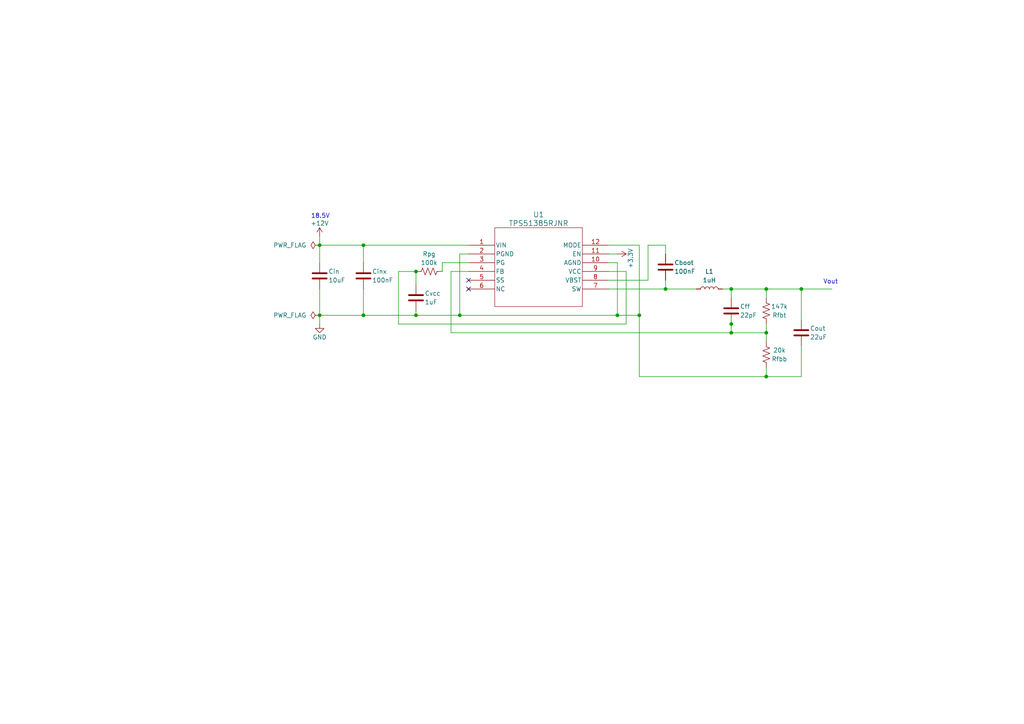
<source format=kicad_sch>
(kicad_sch (version 20230121) (generator eeschema)
  (paper "A4")
  (lib_symbols
    (symbol "Device:C" (pin_numbers hide) (pin_names (offset 0.254))
      (property "Reference" "C" (at 0.635 2.54 0))
      (property "Value" "C" (at 0.635 -2.54 0))
      (symbol "C_0_1"
        (polyline (pts (xy -2.032 -0.762) (xy 2.032 -0.762)) (stroke (width 0.508)))
        (polyline (pts (xy -2.032 0.762) (xy 2.032 0.762)) (stroke (width 0.508)))
      )
      (symbol "C_1_1"
        (pin passive line (at 0 3.81 270) (length 2.794) (name "~") (number "1"))
        (pin passive line (at 0 -3.81 90) (length 2.794) (name "~") (number "2"))
      )
    )
    (symbol "Device:L" (pin_numbers hide) (pin_names (offset 1.016) hide)
      (property "Reference" "L" (at -1.27 0 90))
      (property "Value" "L" (at 1.905 0 90))
      (symbol "L_0_1"
        (arc (start 0 -2.54) (mid 0.6323 -1.905) (end 0 -1.27))
        (arc (start 0 -1.27) (mid 0.6323 -0.635) (end 0 0))
        (arc (start 0 0) (mid 0.6323 0.635) (end 0 1.27))
        (arc (start 0 1.27) (mid 0.6323 1.905) (end 0 2.54))
      )
      (symbol "L_1_1"
        (pin passive line (at 0 3.81 270) (length 1.27) (name "1") (number "1"))
        (pin passive line (at 0 -3.81 90) (length 1.27) (name "2") (number "2"))
      )
    )
    (symbol "Device:R_US" (pin_numbers hide) (pin_names (offset 0))
      (property "Reference" "R" (at 2.54 0 90))
      (property "Value" "R_US" (at -2.54 0 90))
      (symbol "R_US_0_1"
        (polyline (pts (xy 0 -2.286) (xy 0 -2.54)))
        (polyline (pts (xy 0 2.286) (xy 0 2.54)))
        (polyline (pts (xy 0 -0.762) (xy 1.016 -1.143) (xy 0 -1.524) (xy -1.016 -1.905) (xy 0 -2.286)))
        (polyline (pts (xy 0 0.762) (xy 1.016 0.381) (xy 0 0) (xy -1.016 -0.381) (xy 0 -0.762)))
        (polyline (pts (xy 0 2.286) (xy 1.016 1.905) (xy 0 1.524) (xy -1.016 1.143) (xy 0 0.762)))
      )
      (symbol "R_US_1_1"
        (pin passive line (at 0 3.81 270) (length 1.27) (name "~") (number "1"))
        (pin passive line (at 0 -3.81 90) (length 1.27) (name "~") (number "2"))
      )
    )
    (symbol "TPS51385:TPS51385RJNR" (pin_names (offset 0.254))
      (property "Reference" "U" (at 20.32 10.16 0))
      (property "Value" "TPS51385RJNR" (at 20.32 7.62 0))
      (symbol "TPS51385RJNR_0_1"
        (polyline (pts (xy 7.62 -17.78) (xy 33.02 -17.78)) (stroke (width 0.127)))
        (polyline (pts (xy 7.62 5.08) (xy 7.62 -17.78)) (stroke (width 0.127)))
        (polyline (pts (xy 33.02 -17.78) (xy 33.02 5.08)) (stroke (width 0.127)))
        (polyline (pts (xy 33.02 5.08) (xy 7.62 5.08)) (stroke (width 0.127)))
        (pin power_in line (at 0 0 0) (length 7.62) (name "VIN") (number "1"))
        (pin power_out line (at 40.64 -5.08 180) (length 7.62) (name "AGND") (number "10"))
        (pin input line (at 40.64 -2.54 180) (length 7.62) (name "EN") (number "11"))
        (pin input line (at 40.64 0 180) (length 7.62) (name "MODE") (number "12"))
        (pin power_out line (at 0 -2.54 0) (length 7.62) (name "PGND") (number "2"))
        (pin output line (at 0 -5.08 0) (length 7.62) (name "PG") (number "3"))
        (pin input line (at 0 -7.62 0) (length 7.62) (name "FB") (number "4"))
        (pin output line (at 0 -10.16 0) (length 7.62) (name "SS") (number "5"))
        (pin no_connect line (at 0 -12.7 0) (length 7.62) (name "NC") (number "6"))
        (pin output line (at 40.64 -12.7 180) (length 7.62) (name "SW") (number "7"))
        (pin input line (at 40.64 -10.16 180) (length 7.62) (name "VBST") (number "8"))
        (pin output line (at 40.64 -7.62 180) (length 7.62) (name "VCC") (number "9"))
      )
    )
    (symbol "power:+12V" (power) (pin_names (offset 0))
      (property "Value" "+12V" (at 0 3.556 0))
      (symbol "+12V_0_1"
        (polyline (pts (xy -0.762 1.27) (xy 0 2.54)))
        (polyline (pts (xy 0 0) (xy 0 2.54)))
        (polyline (pts (xy 0 2.54) (xy 0.762 1.27)))
      )
      (symbol "+12V_1_1"
        (pin power_in line (at 0 0 90) (length 0) hide (name "+12V") (number "1"))
      )
    )
    (symbol "power:+3.3V" (power) (pin_names (offset 0))
      (property "Value" "+3.3V" (at 0 3.556 0))
      (symbol "+3.3V_0_1"
        (polyline (pts (xy -0.762 1.27) (xy 0 2.54)))
        (polyline (pts (xy 0 0) (xy 0 2.54)))
        (polyline (pts (xy 0 2.54) (xy 0.762 1.27)))
      )
      (symbol "+3.3V_1_1"
        (pin power_in line (at 0 0 90) (length 0) hide (name "+3.3V") (number "1"))
      )
    )
    (symbol "power:GND" (power) (pin_names (offset 0))
      (property "Value" "GND" (at 0 -3.81 0))
      (symbol "GND_0_1"
        (polyline (pts (xy 0 0) (xy 0 -1.27) (xy 1.27 -1.27) (xy 0 -2.54) (xy -1.27 -1.27) (xy 0 -1.27)))
      )
      (symbol "GND_1_1"
        (pin power_in line (at 0 0 270) (length 0) hide (name "GND") (number "1"))
      )
    )
    (symbol "power:PWR_FLAG" (power) (pin_numbers hide) (pin_names (offset 0) hide)
      (property "Value" "PWR_FLAG" (at 0 3.81 0))
      (symbol "PWR_FLAG_0_0"
        (pin power_out line (at 0 0 90) (length 0) (name "pwr") (number "1"))
      )
      (symbol "PWR_FLAG_0_1"
        (polyline (pts (xy 0 0) (xy 0 1.27) (xy -1.016 1.905) (xy 0 2.54) (xy 1.016 1.905) (xy 0 1.27)))
      )
    )
  )
  (junction (at 185.42 91.44))
  (junction (at 120.65 78.74))
  (junction (at 179.07 91.44))
  (junction (at 222.25 109.22))
  (junction (at 212.09 93.98))
  (junction (at 222.25 83.82))
  (junction (at 133.35 91.44))
  (junction (at 193.04 83.82))
  (junction (at 92.71 91.44))
  (junction (at 212.09 83.82))
  (junction (at 120.65 91.44))
  (junction (at 212.09 96.52))
  (junction (at 105.41 91.44))
  (junction (at 92.71 71.12))
  (junction (at 105.41 71.12))
  (junction (at 222.25 96.52))
  (junction (at 232.41 83.82))
  (no_connect (at 135.89 83.82))
  (no_connect (at 135.89 81.28))
  (wire (pts (xy 135.89 73.66) (xy 133.35 73.66)))
  (wire (pts (xy 105.41 91.44) (xy 120.65 91.44)))
  (wire (pts (xy 105.41 71.12) (xy 92.71 71.12)))
  (wire (pts (xy 115.57 78.74) (xy 120.65 78.74)))
  (wire (pts (xy 232.41 109.22) (xy 222.25 109.22)))
  (wire (pts (xy 92.71 91.44) (xy 105.41 91.44)))
  (wire (pts (xy 176.53 78.74) (xy 181.61 78.74)))
  (wire (pts (xy 176.53 81.28) (xy 187.96 81.28)))
  (wire (pts (xy 187.96 81.28) (xy 187.96 71.12)))
  (wire (pts (xy 232.41 100.33) (xy 232.41 109.22)))
  (wire (pts (xy 212.09 96.52) (xy 222.25 96.52)))
  (wire (pts (xy 193.04 71.12) (xy 193.04 73.66)))
  (wire (pts (xy 128.27 76.2) (xy 135.89 76.2)))
  (wire (pts (xy 193.04 83.82) (xy 193.04 81.28)))
  (wire (pts (xy 92.71 91.44) (xy 92.71 93.98)))
  (wire (pts (xy 212.09 83.82) (xy 222.25 83.82)))
  (wire (pts (xy 120.65 91.44) (xy 133.35 91.44)))
  (wire (pts (xy 185.42 91.44) (xy 179.07 91.44)))
  (wire (pts (xy 92.71 83.82) (xy 92.71 91.44)))
  (wire (pts (xy 193.04 83.82) (xy 201.93 83.82)))
  (wire (pts (xy 181.61 78.74) (xy 181.61 93.98)))
  (wire (pts (xy 133.35 73.66) (xy 133.35 91.44)))
  (wire (pts (xy 105.41 71.12) (xy 105.41 76.2)))
  (wire (pts (xy 179.07 76.2) (xy 176.53 76.2)))
  (wire (pts (xy 120.65 78.74) (xy 120.65 82.55)))
  (wire (pts (xy 105.41 83.82) (xy 105.41 91.44)))
  (wire (pts (xy 232.41 83.82) (xy 241.3 83.82)))
  (wire (pts (xy 185.42 71.12) (xy 185.42 91.44)))
  (wire (pts (xy 179.07 91.44) (xy 179.07 76.2)))
  (wire (pts (xy 222.25 93.98) (xy 222.25 96.52)))
  (wire (pts (xy 212.09 93.98) (xy 212.09 91.44)))
  (wire (pts (xy 115.57 93.98) (xy 181.61 93.98)))
  (wire (pts (xy 92.71 71.12) (xy 92.71 76.2)))
  (wire (pts (xy 185.42 91.44) (xy 185.42 109.22)))
  (wire (pts (xy 222.25 83.82) (xy 222.25 86.36)))
  (wire (pts (xy 222.25 83.82) (xy 232.41 83.82)))
  (wire (pts (xy 212.09 96.52) (xy 212.09 93.98)))
  (wire (pts (xy 115.57 93.98) (xy 115.57 78.74)))
  (wire (pts (xy 120.65 90.17) (xy 120.65 91.44)))
  (wire (pts (xy 209.55 83.82) (xy 212.09 83.82)))
  (wire (pts (xy 92.71 68.58) (xy 92.71 71.12)))
  (wire (pts (xy 187.96 71.12) (xy 193.04 71.12)))
  (wire (pts (xy 130.81 78.74) (xy 130.81 96.52)))
  (wire (pts (xy 212.09 83.82) (xy 212.09 86.36)))
  (wire (pts (xy 176.53 73.66) (xy 179.07 73.66)))
  (wire (pts (xy 185.42 109.22) (xy 222.25 109.22)))
  (wire (pts (xy 222.25 106.68) (xy 222.25 109.22)))
  (wire (pts (xy 133.35 91.44) (xy 179.07 91.44)))
  (wire (pts (xy 176.53 83.82) (xy 193.04 83.82)))
  (wire (pts (xy 232.41 83.82) (xy 232.41 92.71)))
  (wire (pts (xy 176.53 71.12) (xy 185.42 71.12)))
  (wire (pts (xy 135.89 78.74) (xy 130.81 78.74)))
  (wire (pts (xy 222.25 96.52) (xy 222.25 99.06)))
  (wire (pts (xy 128.27 78.74) (xy 128.27 76.2)))
  (wire (pts (xy 130.81 96.52) (xy 212.09 96.52)))
  (wire (pts (xy 135.89 71.12) (xy 105.41 71.12)))
  (text "Vout" (at 238.76 82.55 0) (effects (font (size 1.27 1.27)) (justify left bottom)))
  (text "18.5V" (at 90.17 63.5 0) (effects (font (size 1.27 1.27)) (justify left bottom)))
  (symbol (lib_id "Device:R_US") (at 222.25 102.87 0) (unit 1)
    (property "Reference" "Rfbb" (at 226.06 104.14 0))
    (property "Value" "20k" (at 226.06 101.6 0))
  )
  (symbol (lib_id "power:PWR_FLAG") (at 92.71 91.44 90) (unit 1)
    (property "Reference" "#FLG02" (effects hide))
    (property "Value" "PWR_FLAG" (at 88.9 91.44 90) (effects (justify left)))
  )
  (symbol (lib_id "Device:R_US") (at 124.46 78.74 90) (unit 1)
    (property "Reference" "Rpg" (at 124.46 73.66 90))
    (property "Value" "100k" (at 124.46 76.2 90))
  )
  (symbol (lib_id "TPS51385:TPS51385RJNR") (at 135.89 71.12 0) (unit 1)
    (property "Reference" "U1" (at 156.21 62.23 0) (effects (font (size 1.524 1.524))))
    (property "Value" "TPS51385RJNR" (at 156.21 64.77 0) (effects (font (size 1.524 1.524))))
    (property "Footprint" "VQFN-HR12_RJN_TEX" (effects hide))
    (property "Datasheet" "TPS51385RJNR" (effects hide))
  )
  (symbol (lib_id "Device:R_US") (at 222.25 90.17 0) (unit 1)
    (property "Reference" "Rfbt" (at 226.06 91.44 0))
    (property "Value" "147k" (at 226.06 88.9 0))
  )
  (symbol (lib_id "Device:C") (at 193.04 77.47 0) (unit 1)
    (property "Reference" "Cboot" (at 195.58 76.2 0) (effects (justify left)))
    (property "Value" "100nF" (at 195.58 78.74 0) (effects (justify left)))
  )
  (symbol (lib_id "Device:C") (at 232.41 96.52 0) (unit 1)
    (property "Reference" "Cout" (at 234.95 95.25 0) (effects (justify left)))
    (property "Value" "22uF" (at 234.95 97.79 0) (effects (justify left)))
  )
  (symbol (lib_id "power:GND") (at 92.71 93.98 0) (unit 1)
    (property "Reference" "#PWR03" (effects hide))
    (property "Value" "GND" (at 92.71 97.79 0))
  )
  (symbol (lib_id "Device:C") (at 105.41 80.01 0) (unit 1)
    (property "Reference" "Cinx" (at 107.95 78.74 0) (effects (justify left)))
    (property "Value" "100nF" (at 107.95 81.28 0) (effects (justify left)))
  )
  (symbol (lib_id "Device:C") (at 92.71 80.01 0) (unit 1)
    (property "Reference" "Cin" (at 95.25 78.74 0) (effects (justify left)))
    (property "Value" "10uF" (at 95.25 81.28 0) (effects (justify left)))
  )
  (symbol (lib_id "Device:C") (at 120.65 86.36 0) (unit 1)
    (property "Reference" "Cvcc" (at 123.19 85.09 0) (effects (justify left)))
    (property "Value" "1uF" (at 123.19 87.63 0) (effects (justify left)))
  )
  (symbol (lib_id "power:+12V") (at 92.71 68.58 0) (unit 1)
    (property "Reference" "#PWR02" (effects hide))
    (property "Value" "+12V" (at 92.71 64.77 0))
  )
  (symbol (lib_id "power:PWR_FLAG") (at 92.71 71.12 90) (unit 1)
    (property "Reference" "#FLG01" (effects hide))
    (property "Value" "PWR_FLAG" (at 88.9 71.12 90) (effects (justify left)))
  )
  (symbol (lib_id "Device:C") (at 212.09 90.17 0) (unit 1)
    (property "Reference" "Cff" (at 214.63 88.9 0) (effects (justify left)))
    (property "Value" "22pF" (at 214.63 91.44 0) (effects (justify left)))
  )
  (symbol (lib_id "power:+3.3V") (at 179.07 73.66 270) (unit 1)
    (property "Reference" "#PWR01" (effects hide))
    (property "Value" "+3.3V" (at 182.88 74.93 0))
  )
  (symbol (lib_id "Device:L") (at 205.74 83.82 90) (unit 1)
    (property "Reference" "L1" (at 205.74 78.74 90))
    (property "Value" "1uH" (at 205.74 81.28 90))
  )
)
</source>
